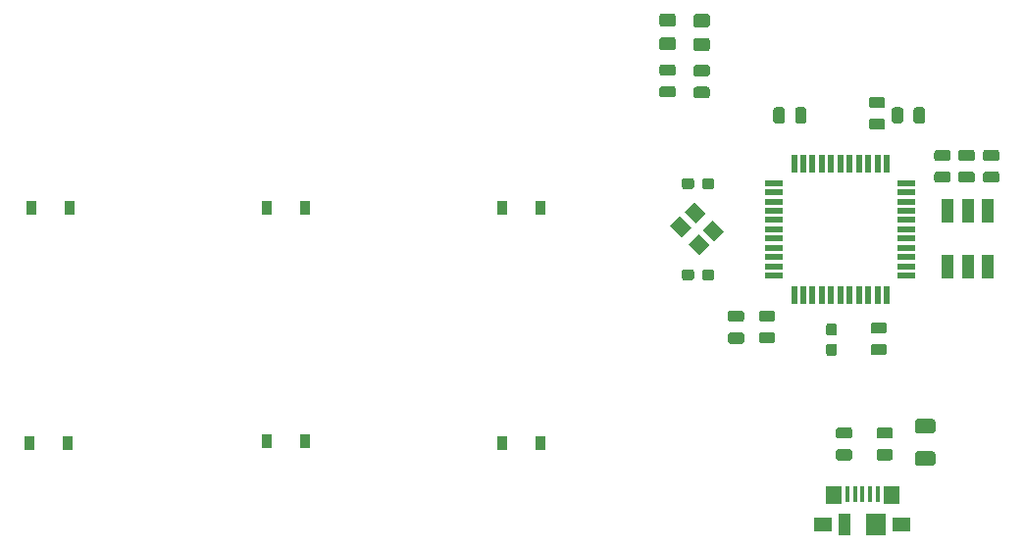
<source format=gbr>
G04 #@! TF.GenerationSoftware,KiCad,Pcbnew,5.1.5-52549c5~84~ubuntu18.04.1*
G04 #@! TF.CreationDate,2020-02-25T00:11:06-08:00*
G04 #@! TF.ProjectId,dotkb_micro,646f746b-625f-46d6-9963-726f2e6b6963,rev?*
G04 #@! TF.SameCoordinates,Original*
G04 #@! TF.FileFunction,Paste,Bot*
G04 #@! TF.FilePolarity,Positive*
%FSLAX46Y46*%
G04 Gerber Fmt 4.6, Leading zero omitted, Abs format (unit mm)*
G04 Created by KiCad (PCBNEW 5.1.5-52549c5~84~ubuntu18.04.1) date 2020-02-25 00:11:06*
%MOMM*%
%LPD*%
G04 APERTURE LIST*
%ADD10C,0.100000*%
%ADD11R,1.100000X2.000000*%
%ADD12R,0.900000X1.200000*%
%ADD13R,0.450000X1.380000*%
%ADD14R,1.425000X1.550000*%
%ADD15R,1.650000X1.300000*%
%ADD16R,1.800000X1.900000*%
%ADD17R,1.000000X1.900000*%
%ADD18R,0.550000X1.500000*%
%ADD19R,1.500000X0.550000*%
G04 APERTURE END LIST*
D10*
G36*
X138830479Y-99271444D02*
G01*
X138853534Y-99274863D01*
X138876143Y-99280527D01*
X138898087Y-99288379D01*
X138919157Y-99298344D01*
X138939148Y-99310326D01*
X138957868Y-99324210D01*
X138975138Y-99339862D01*
X138990790Y-99357132D01*
X139004674Y-99375852D01*
X139016656Y-99395843D01*
X139026621Y-99416913D01*
X139034473Y-99438857D01*
X139040137Y-99461466D01*
X139043556Y-99484521D01*
X139044700Y-99507800D01*
X139044700Y-100082800D01*
X139043556Y-100106079D01*
X139040137Y-100129134D01*
X139034473Y-100151743D01*
X139026621Y-100173687D01*
X139016656Y-100194757D01*
X139004674Y-100214748D01*
X138990790Y-100233468D01*
X138975138Y-100250738D01*
X138957868Y-100266390D01*
X138939148Y-100280274D01*
X138919157Y-100292256D01*
X138898087Y-100302221D01*
X138876143Y-100310073D01*
X138853534Y-100315737D01*
X138830479Y-100319156D01*
X138807200Y-100320300D01*
X138332200Y-100320300D01*
X138308921Y-100319156D01*
X138285866Y-100315737D01*
X138263257Y-100310073D01*
X138241313Y-100302221D01*
X138220243Y-100292256D01*
X138200252Y-100280274D01*
X138181532Y-100266390D01*
X138164262Y-100250738D01*
X138148610Y-100233468D01*
X138134726Y-100214748D01*
X138122744Y-100194757D01*
X138112779Y-100173687D01*
X138104927Y-100151743D01*
X138099263Y-100129134D01*
X138095844Y-100106079D01*
X138094700Y-100082800D01*
X138094700Y-99507800D01*
X138095844Y-99484521D01*
X138099263Y-99461466D01*
X138104927Y-99438857D01*
X138112779Y-99416913D01*
X138122744Y-99395843D01*
X138134726Y-99375852D01*
X138148610Y-99357132D01*
X138164262Y-99339862D01*
X138181532Y-99324210D01*
X138200252Y-99310326D01*
X138220243Y-99298344D01*
X138241313Y-99288379D01*
X138263257Y-99280527D01*
X138285866Y-99274863D01*
X138308921Y-99271444D01*
X138332200Y-99270300D01*
X138807200Y-99270300D01*
X138830479Y-99271444D01*
G37*
G36*
X138830479Y-97521444D02*
G01*
X138853534Y-97524863D01*
X138876143Y-97530527D01*
X138898087Y-97538379D01*
X138919157Y-97548344D01*
X138939148Y-97560326D01*
X138957868Y-97574210D01*
X138975138Y-97589862D01*
X138990790Y-97607132D01*
X139004674Y-97625852D01*
X139016656Y-97645843D01*
X139026621Y-97666913D01*
X139034473Y-97688857D01*
X139040137Y-97711466D01*
X139043556Y-97734521D01*
X139044700Y-97757800D01*
X139044700Y-98332800D01*
X139043556Y-98356079D01*
X139040137Y-98379134D01*
X139034473Y-98401743D01*
X139026621Y-98423687D01*
X139016656Y-98444757D01*
X139004674Y-98464748D01*
X138990790Y-98483468D01*
X138975138Y-98500738D01*
X138957868Y-98516390D01*
X138939148Y-98530274D01*
X138919157Y-98542256D01*
X138898087Y-98552221D01*
X138876143Y-98560073D01*
X138853534Y-98565737D01*
X138830479Y-98569156D01*
X138807200Y-98570300D01*
X138332200Y-98570300D01*
X138308921Y-98569156D01*
X138285866Y-98565737D01*
X138263257Y-98560073D01*
X138241313Y-98552221D01*
X138220243Y-98542256D01*
X138200252Y-98530274D01*
X138181532Y-98516390D01*
X138164262Y-98500738D01*
X138148610Y-98483468D01*
X138134726Y-98464748D01*
X138122744Y-98444757D01*
X138112779Y-98423687D01*
X138104927Y-98401743D01*
X138099263Y-98379134D01*
X138095844Y-98356079D01*
X138094700Y-98332800D01*
X138094700Y-97757800D01*
X138095844Y-97734521D01*
X138099263Y-97711466D01*
X138104927Y-97688857D01*
X138112779Y-97666913D01*
X138122744Y-97645843D01*
X138134726Y-97625852D01*
X138148610Y-97607132D01*
X138164262Y-97589862D01*
X138181532Y-97574210D01*
X138200252Y-97560326D01*
X138220243Y-97548344D01*
X138241313Y-97538379D01*
X138263257Y-97530527D01*
X138285866Y-97524863D01*
X138308921Y-97521444D01*
X138332200Y-97520300D01*
X138807200Y-97520300D01*
X138830479Y-97521444D01*
G37*
G36*
X126486579Y-84971744D02*
G01*
X126509634Y-84975163D01*
X126532243Y-84980827D01*
X126554187Y-84988679D01*
X126575257Y-84998644D01*
X126595248Y-85010626D01*
X126613968Y-85024510D01*
X126631238Y-85040162D01*
X126646890Y-85057432D01*
X126660774Y-85076152D01*
X126672756Y-85096143D01*
X126682721Y-85117213D01*
X126690573Y-85139157D01*
X126696237Y-85161766D01*
X126699656Y-85184821D01*
X126700800Y-85208100D01*
X126700800Y-85683100D01*
X126699656Y-85706379D01*
X126696237Y-85729434D01*
X126690573Y-85752043D01*
X126682721Y-85773987D01*
X126672756Y-85795057D01*
X126660774Y-85815048D01*
X126646890Y-85833768D01*
X126631238Y-85851038D01*
X126613968Y-85866690D01*
X126595248Y-85880574D01*
X126575257Y-85892556D01*
X126554187Y-85902521D01*
X126532243Y-85910373D01*
X126509634Y-85916037D01*
X126486579Y-85919456D01*
X126463300Y-85920600D01*
X125888300Y-85920600D01*
X125865021Y-85919456D01*
X125841966Y-85916037D01*
X125819357Y-85910373D01*
X125797413Y-85902521D01*
X125776343Y-85892556D01*
X125756352Y-85880574D01*
X125737632Y-85866690D01*
X125720362Y-85851038D01*
X125704710Y-85833768D01*
X125690826Y-85815048D01*
X125678844Y-85795057D01*
X125668879Y-85773987D01*
X125661027Y-85752043D01*
X125655363Y-85729434D01*
X125651944Y-85706379D01*
X125650800Y-85683100D01*
X125650800Y-85208100D01*
X125651944Y-85184821D01*
X125655363Y-85161766D01*
X125661027Y-85139157D01*
X125668879Y-85117213D01*
X125678844Y-85096143D01*
X125690826Y-85076152D01*
X125704710Y-85057432D01*
X125720362Y-85040162D01*
X125737632Y-85024510D01*
X125756352Y-85010626D01*
X125776343Y-84998644D01*
X125797413Y-84988679D01*
X125819357Y-84980827D01*
X125841966Y-84975163D01*
X125865021Y-84971744D01*
X125888300Y-84970600D01*
X126463300Y-84970600D01*
X126486579Y-84971744D01*
G37*
G36*
X128236579Y-84971744D02*
G01*
X128259634Y-84975163D01*
X128282243Y-84980827D01*
X128304187Y-84988679D01*
X128325257Y-84998644D01*
X128345248Y-85010626D01*
X128363968Y-85024510D01*
X128381238Y-85040162D01*
X128396890Y-85057432D01*
X128410774Y-85076152D01*
X128422756Y-85096143D01*
X128432721Y-85117213D01*
X128440573Y-85139157D01*
X128446237Y-85161766D01*
X128449656Y-85184821D01*
X128450800Y-85208100D01*
X128450800Y-85683100D01*
X128449656Y-85706379D01*
X128446237Y-85729434D01*
X128440573Y-85752043D01*
X128432721Y-85773987D01*
X128422756Y-85795057D01*
X128410774Y-85815048D01*
X128396890Y-85833768D01*
X128381238Y-85851038D01*
X128363968Y-85866690D01*
X128345248Y-85880574D01*
X128325257Y-85892556D01*
X128304187Y-85902521D01*
X128282243Y-85910373D01*
X128259634Y-85916037D01*
X128236579Y-85919456D01*
X128213300Y-85920600D01*
X127638300Y-85920600D01*
X127615021Y-85919456D01*
X127591966Y-85916037D01*
X127569357Y-85910373D01*
X127547413Y-85902521D01*
X127526343Y-85892556D01*
X127506352Y-85880574D01*
X127487632Y-85866690D01*
X127470362Y-85851038D01*
X127454710Y-85833768D01*
X127440826Y-85815048D01*
X127428844Y-85795057D01*
X127418879Y-85773987D01*
X127411027Y-85752043D01*
X127405363Y-85729434D01*
X127401944Y-85706379D01*
X127400800Y-85683100D01*
X127400800Y-85208100D01*
X127401944Y-85184821D01*
X127405363Y-85161766D01*
X127411027Y-85139157D01*
X127418879Y-85117213D01*
X127428844Y-85096143D01*
X127440826Y-85076152D01*
X127454710Y-85057432D01*
X127470362Y-85040162D01*
X127487632Y-85024510D01*
X127506352Y-85010626D01*
X127526343Y-84998644D01*
X127547413Y-84988679D01*
X127569357Y-84980827D01*
X127591966Y-84975163D01*
X127615021Y-84971744D01*
X127638300Y-84970600D01*
X128213300Y-84970600D01*
X128236579Y-84971744D01*
G37*
G36*
X126486579Y-92845744D02*
G01*
X126509634Y-92849163D01*
X126532243Y-92854827D01*
X126554187Y-92862679D01*
X126575257Y-92872644D01*
X126595248Y-92884626D01*
X126613968Y-92898510D01*
X126631238Y-92914162D01*
X126646890Y-92931432D01*
X126660774Y-92950152D01*
X126672756Y-92970143D01*
X126682721Y-92991213D01*
X126690573Y-93013157D01*
X126696237Y-93035766D01*
X126699656Y-93058821D01*
X126700800Y-93082100D01*
X126700800Y-93557100D01*
X126699656Y-93580379D01*
X126696237Y-93603434D01*
X126690573Y-93626043D01*
X126682721Y-93647987D01*
X126672756Y-93669057D01*
X126660774Y-93689048D01*
X126646890Y-93707768D01*
X126631238Y-93725038D01*
X126613968Y-93740690D01*
X126595248Y-93754574D01*
X126575257Y-93766556D01*
X126554187Y-93776521D01*
X126532243Y-93784373D01*
X126509634Y-93790037D01*
X126486579Y-93793456D01*
X126463300Y-93794600D01*
X125888300Y-93794600D01*
X125865021Y-93793456D01*
X125841966Y-93790037D01*
X125819357Y-93784373D01*
X125797413Y-93776521D01*
X125776343Y-93766556D01*
X125756352Y-93754574D01*
X125737632Y-93740690D01*
X125720362Y-93725038D01*
X125704710Y-93707768D01*
X125690826Y-93689048D01*
X125678844Y-93669057D01*
X125668879Y-93647987D01*
X125661027Y-93626043D01*
X125655363Y-93603434D01*
X125651944Y-93580379D01*
X125650800Y-93557100D01*
X125650800Y-93082100D01*
X125651944Y-93058821D01*
X125655363Y-93035766D01*
X125661027Y-93013157D01*
X125668879Y-92991213D01*
X125678844Y-92970143D01*
X125690826Y-92950152D01*
X125704710Y-92931432D01*
X125720362Y-92914162D01*
X125737632Y-92898510D01*
X125756352Y-92884626D01*
X125776343Y-92872644D01*
X125797413Y-92862679D01*
X125819357Y-92854827D01*
X125841966Y-92849163D01*
X125865021Y-92845744D01*
X125888300Y-92844600D01*
X126463300Y-92844600D01*
X126486579Y-92845744D01*
G37*
G36*
X128236579Y-92845744D02*
G01*
X128259634Y-92849163D01*
X128282243Y-92854827D01*
X128304187Y-92862679D01*
X128325257Y-92872644D01*
X128345248Y-92884626D01*
X128363968Y-92898510D01*
X128381238Y-92914162D01*
X128396890Y-92931432D01*
X128410774Y-92950152D01*
X128422756Y-92970143D01*
X128432721Y-92991213D01*
X128440573Y-93013157D01*
X128446237Y-93035766D01*
X128449656Y-93058821D01*
X128450800Y-93082100D01*
X128450800Y-93557100D01*
X128449656Y-93580379D01*
X128446237Y-93603434D01*
X128440573Y-93626043D01*
X128432721Y-93647987D01*
X128422756Y-93669057D01*
X128410774Y-93689048D01*
X128396890Y-93707768D01*
X128381238Y-93725038D01*
X128363968Y-93740690D01*
X128345248Y-93754574D01*
X128325257Y-93766556D01*
X128304187Y-93776521D01*
X128282243Y-93784373D01*
X128259634Y-93790037D01*
X128236579Y-93793456D01*
X128213300Y-93794600D01*
X127638300Y-93794600D01*
X127615021Y-93793456D01*
X127591966Y-93790037D01*
X127569357Y-93784373D01*
X127547413Y-93776521D01*
X127526343Y-93766556D01*
X127506352Y-93754574D01*
X127487632Y-93740690D01*
X127470362Y-93725038D01*
X127454710Y-93707768D01*
X127440826Y-93689048D01*
X127428844Y-93669057D01*
X127418879Y-93647987D01*
X127411027Y-93626043D01*
X127405363Y-93603434D01*
X127401944Y-93580379D01*
X127400800Y-93557100D01*
X127400800Y-93082100D01*
X127401944Y-93058821D01*
X127405363Y-93035766D01*
X127411027Y-93013157D01*
X127418879Y-92991213D01*
X127428844Y-92970143D01*
X127440826Y-92950152D01*
X127454710Y-92931432D01*
X127470362Y-92914162D01*
X127487632Y-92898510D01*
X127506352Y-92884626D01*
X127526343Y-92872644D01*
X127547413Y-92862679D01*
X127569357Y-92854827D01*
X127591966Y-92849163D01*
X127615021Y-92845744D01*
X127638300Y-92844600D01*
X128213300Y-92844600D01*
X128236579Y-92845744D01*
G37*
G36*
X140129342Y-108378074D02*
G01*
X140153003Y-108381584D01*
X140176207Y-108387396D01*
X140198729Y-108395454D01*
X140220353Y-108405682D01*
X140240870Y-108417979D01*
X140260083Y-108432229D01*
X140277807Y-108448293D01*
X140293871Y-108466017D01*
X140308121Y-108485230D01*
X140320418Y-108505747D01*
X140330646Y-108527371D01*
X140338704Y-108549893D01*
X140344516Y-108573097D01*
X140348026Y-108596758D01*
X140349200Y-108620650D01*
X140349200Y-109108150D01*
X140348026Y-109132042D01*
X140344516Y-109155703D01*
X140338704Y-109178907D01*
X140330646Y-109201429D01*
X140320418Y-109223053D01*
X140308121Y-109243570D01*
X140293871Y-109262783D01*
X140277807Y-109280507D01*
X140260083Y-109296571D01*
X140240870Y-109310821D01*
X140220353Y-109323118D01*
X140198729Y-109333346D01*
X140176207Y-109341404D01*
X140153003Y-109347216D01*
X140129342Y-109350726D01*
X140105450Y-109351900D01*
X139192950Y-109351900D01*
X139169058Y-109350726D01*
X139145397Y-109347216D01*
X139122193Y-109341404D01*
X139099671Y-109333346D01*
X139078047Y-109323118D01*
X139057530Y-109310821D01*
X139038317Y-109296571D01*
X139020593Y-109280507D01*
X139004529Y-109262783D01*
X138990279Y-109243570D01*
X138977982Y-109223053D01*
X138967754Y-109201429D01*
X138959696Y-109178907D01*
X138953884Y-109155703D01*
X138950374Y-109132042D01*
X138949200Y-109108150D01*
X138949200Y-108620650D01*
X138950374Y-108596758D01*
X138953884Y-108573097D01*
X138959696Y-108549893D01*
X138967754Y-108527371D01*
X138977982Y-108505747D01*
X138990279Y-108485230D01*
X139004529Y-108466017D01*
X139020593Y-108448293D01*
X139038317Y-108432229D01*
X139057530Y-108417979D01*
X139078047Y-108405682D01*
X139099671Y-108395454D01*
X139122193Y-108387396D01*
X139145397Y-108381584D01*
X139169058Y-108378074D01*
X139192950Y-108376900D01*
X140105450Y-108376900D01*
X140129342Y-108378074D01*
G37*
G36*
X140129342Y-106503074D02*
G01*
X140153003Y-106506584D01*
X140176207Y-106512396D01*
X140198729Y-106520454D01*
X140220353Y-106530682D01*
X140240870Y-106542979D01*
X140260083Y-106557229D01*
X140277807Y-106573293D01*
X140293871Y-106591017D01*
X140308121Y-106610230D01*
X140320418Y-106630747D01*
X140330646Y-106652371D01*
X140338704Y-106674893D01*
X140344516Y-106698097D01*
X140348026Y-106721758D01*
X140349200Y-106745650D01*
X140349200Y-107233150D01*
X140348026Y-107257042D01*
X140344516Y-107280703D01*
X140338704Y-107303907D01*
X140330646Y-107326429D01*
X140320418Y-107348053D01*
X140308121Y-107368570D01*
X140293871Y-107387783D01*
X140277807Y-107405507D01*
X140260083Y-107421571D01*
X140240870Y-107435821D01*
X140220353Y-107448118D01*
X140198729Y-107458346D01*
X140176207Y-107466404D01*
X140153003Y-107472216D01*
X140129342Y-107475726D01*
X140105450Y-107476900D01*
X139192950Y-107476900D01*
X139169058Y-107475726D01*
X139145397Y-107472216D01*
X139122193Y-107466404D01*
X139099671Y-107458346D01*
X139078047Y-107448118D01*
X139057530Y-107435821D01*
X139038317Y-107421571D01*
X139020593Y-107405507D01*
X139004529Y-107387783D01*
X138990279Y-107368570D01*
X138977982Y-107348053D01*
X138967754Y-107326429D01*
X138959696Y-107303907D01*
X138953884Y-107280703D01*
X138950374Y-107257042D01*
X138949200Y-107233150D01*
X138949200Y-106745650D01*
X138950374Y-106721758D01*
X138953884Y-106698097D01*
X138959696Y-106674893D01*
X138967754Y-106652371D01*
X138977982Y-106630747D01*
X138990279Y-106610230D01*
X139004529Y-106591017D01*
X139020593Y-106573293D01*
X139038317Y-106557229D01*
X139057530Y-106542979D01*
X139078047Y-106530682D01*
X139099671Y-106520454D01*
X139122193Y-106512396D01*
X139145397Y-106506584D01*
X139169058Y-106503074D01*
X139192950Y-106501900D01*
X140105450Y-106501900D01*
X140129342Y-106503074D01*
G37*
G36*
X143634542Y-108378074D02*
G01*
X143658203Y-108381584D01*
X143681407Y-108387396D01*
X143703929Y-108395454D01*
X143725553Y-108405682D01*
X143746070Y-108417979D01*
X143765283Y-108432229D01*
X143783007Y-108448293D01*
X143799071Y-108466017D01*
X143813321Y-108485230D01*
X143825618Y-108505747D01*
X143835846Y-108527371D01*
X143843904Y-108549893D01*
X143849716Y-108573097D01*
X143853226Y-108596758D01*
X143854400Y-108620650D01*
X143854400Y-109108150D01*
X143853226Y-109132042D01*
X143849716Y-109155703D01*
X143843904Y-109178907D01*
X143835846Y-109201429D01*
X143825618Y-109223053D01*
X143813321Y-109243570D01*
X143799071Y-109262783D01*
X143783007Y-109280507D01*
X143765283Y-109296571D01*
X143746070Y-109310821D01*
X143725553Y-109323118D01*
X143703929Y-109333346D01*
X143681407Y-109341404D01*
X143658203Y-109347216D01*
X143634542Y-109350726D01*
X143610650Y-109351900D01*
X142698150Y-109351900D01*
X142674258Y-109350726D01*
X142650597Y-109347216D01*
X142627393Y-109341404D01*
X142604871Y-109333346D01*
X142583247Y-109323118D01*
X142562730Y-109310821D01*
X142543517Y-109296571D01*
X142525793Y-109280507D01*
X142509729Y-109262783D01*
X142495479Y-109243570D01*
X142483182Y-109223053D01*
X142472954Y-109201429D01*
X142464896Y-109178907D01*
X142459084Y-109155703D01*
X142455574Y-109132042D01*
X142454400Y-109108150D01*
X142454400Y-108620650D01*
X142455574Y-108596758D01*
X142459084Y-108573097D01*
X142464896Y-108549893D01*
X142472954Y-108527371D01*
X142483182Y-108505747D01*
X142495479Y-108485230D01*
X142509729Y-108466017D01*
X142525793Y-108448293D01*
X142543517Y-108432229D01*
X142562730Y-108417979D01*
X142583247Y-108405682D01*
X142604871Y-108395454D01*
X142627393Y-108387396D01*
X142650597Y-108381584D01*
X142674258Y-108378074D01*
X142698150Y-108376900D01*
X143610650Y-108376900D01*
X143634542Y-108378074D01*
G37*
G36*
X143634542Y-106503074D02*
G01*
X143658203Y-106506584D01*
X143681407Y-106512396D01*
X143703929Y-106520454D01*
X143725553Y-106530682D01*
X143746070Y-106542979D01*
X143765283Y-106557229D01*
X143783007Y-106573293D01*
X143799071Y-106591017D01*
X143813321Y-106610230D01*
X143825618Y-106630747D01*
X143835846Y-106652371D01*
X143843904Y-106674893D01*
X143849716Y-106698097D01*
X143853226Y-106721758D01*
X143854400Y-106745650D01*
X143854400Y-107233150D01*
X143853226Y-107257042D01*
X143849716Y-107280703D01*
X143843904Y-107303907D01*
X143835846Y-107326429D01*
X143825618Y-107348053D01*
X143813321Y-107368570D01*
X143799071Y-107387783D01*
X143783007Y-107405507D01*
X143765283Y-107421571D01*
X143746070Y-107435821D01*
X143725553Y-107448118D01*
X143703929Y-107458346D01*
X143681407Y-107466404D01*
X143658203Y-107472216D01*
X143634542Y-107475726D01*
X143610650Y-107476900D01*
X142698150Y-107476900D01*
X142674258Y-107475726D01*
X142650597Y-107472216D01*
X142627393Y-107466404D01*
X142604871Y-107458346D01*
X142583247Y-107448118D01*
X142562730Y-107435821D01*
X142543517Y-107421571D01*
X142525793Y-107405507D01*
X142509729Y-107387783D01*
X142495479Y-107368570D01*
X142483182Y-107348053D01*
X142472954Y-107326429D01*
X142464896Y-107303907D01*
X142459084Y-107280703D01*
X142455574Y-107257042D01*
X142454400Y-107233150D01*
X142454400Y-106745650D01*
X142455574Y-106721758D01*
X142459084Y-106698097D01*
X142464896Y-106674893D01*
X142472954Y-106652371D01*
X142483182Y-106630747D01*
X142495479Y-106610230D01*
X142509729Y-106591017D01*
X142525793Y-106573293D01*
X142543517Y-106557229D01*
X142562730Y-106542979D01*
X142583247Y-106530682D01*
X142604871Y-106520454D01*
X142627393Y-106512396D01*
X142650597Y-106506584D01*
X142674258Y-106503074D01*
X142698150Y-106501900D01*
X143610650Y-106501900D01*
X143634542Y-106503074D01*
G37*
D11*
X148617200Y-87782400D03*
X150317200Y-87782400D03*
X152017200Y-87782400D03*
X152017200Y-92582400D03*
X150317200Y-92582400D03*
X148617200Y-92582400D03*
D10*
G36*
X148612942Y-82525474D02*
G01*
X148636603Y-82528984D01*
X148659807Y-82534796D01*
X148682329Y-82542854D01*
X148703953Y-82553082D01*
X148724470Y-82565379D01*
X148743683Y-82579629D01*
X148761407Y-82595693D01*
X148777471Y-82613417D01*
X148791721Y-82632630D01*
X148804018Y-82653147D01*
X148814246Y-82674771D01*
X148822304Y-82697293D01*
X148828116Y-82720497D01*
X148831626Y-82744158D01*
X148832800Y-82768050D01*
X148832800Y-83255550D01*
X148831626Y-83279442D01*
X148828116Y-83303103D01*
X148822304Y-83326307D01*
X148814246Y-83348829D01*
X148804018Y-83370453D01*
X148791721Y-83390970D01*
X148777471Y-83410183D01*
X148761407Y-83427907D01*
X148743683Y-83443971D01*
X148724470Y-83458221D01*
X148703953Y-83470518D01*
X148682329Y-83480746D01*
X148659807Y-83488804D01*
X148636603Y-83494616D01*
X148612942Y-83498126D01*
X148589050Y-83499300D01*
X147676550Y-83499300D01*
X147652658Y-83498126D01*
X147628997Y-83494616D01*
X147605793Y-83488804D01*
X147583271Y-83480746D01*
X147561647Y-83470518D01*
X147541130Y-83458221D01*
X147521917Y-83443971D01*
X147504193Y-83427907D01*
X147488129Y-83410183D01*
X147473879Y-83390970D01*
X147461582Y-83370453D01*
X147451354Y-83348829D01*
X147443296Y-83326307D01*
X147437484Y-83303103D01*
X147433974Y-83279442D01*
X147432800Y-83255550D01*
X147432800Y-82768050D01*
X147433974Y-82744158D01*
X147437484Y-82720497D01*
X147443296Y-82697293D01*
X147451354Y-82674771D01*
X147461582Y-82653147D01*
X147473879Y-82632630D01*
X147488129Y-82613417D01*
X147504193Y-82595693D01*
X147521917Y-82579629D01*
X147541130Y-82565379D01*
X147561647Y-82553082D01*
X147583271Y-82542854D01*
X147605793Y-82534796D01*
X147628997Y-82528984D01*
X147652658Y-82525474D01*
X147676550Y-82524300D01*
X148589050Y-82524300D01*
X148612942Y-82525474D01*
G37*
G36*
X148612942Y-84400474D02*
G01*
X148636603Y-84403984D01*
X148659807Y-84409796D01*
X148682329Y-84417854D01*
X148703953Y-84428082D01*
X148724470Y-84440379D01*
X148743683Y-84454629D01*
X148761407Y-84470693D01*
X148777471Y-84488417D01*
X148791721Y-84507630D01*
X148804018Y-84528147D01*
X148814246Y-84549771D01*
X148822304Y-84572293D01*
X148828116Y-84595497D01*
X148831626Y-84619158D01*
X148832800Y-84643050D01*
X148832800Y-85130550D01*
X148831626Y-85154442D01*
X148828116Y-85178103D01*
X148822304Y-85201307D01*
X148814246Y-85223829D01*
X148804018Y-85245453D01*
X148791721Y-85265970D01*
X148777471Y-85285183D01*
X148761407Y-85302907D01*
X148743683Y-85318971D01*
X148724470Y-85333221D01*
X148703953Y-85345518D01*
X148682329Y-85355746D01*
X148659807Y-85363804D01*
X148636603Y-85369616D01*
X148612942Y-85373126D01*
X148589050Y-85374300D01*
X147676550Y-85374300D01*
X147652658Y-85373126D01*
X147628997Y-85369616D01*
X147605793Y-85363804D01*
X147583271Y-85355746D01*
X147561647Y-85345518D01*
X147541130Y-85333221D01*
X147521917Y-85318971D01*
X147504193Y-85302907D01*
X147488129Y-85285183D01*
X147473879Y-85265970D01*
X147461582Y-85245453D01*
X147451354Y-85223829D01*
X147443296Y-85201307D01*
X147437484Y-85178103D01*
X147433974Y-85154442D01*
X147432800Y-85130550D01*
X147432800Y-84643050D01*
X147433974Y-84619158D01*
X147437484Y-84595497D01*
X147443296Y-84572293D01*
X147451354Y-84549771D01*
X147461582Y-84528147D01*
X147473879Y-84507630D01*
X147488129Y-84488417D01*
X147504193Y-84470693D01*
X147521917Y-84454629D01*
X147541130Y-84440379D01*
X147561647Y-84428082D01*
X147583271Y-84417854D01*
X147605793Y-84409796D01*
X147628997Y-84403984D01*
X147652658Y-84400474D01*
X147676550Y-84399300D01*
X148589050Y-84399300D01*
X148612942Y-84400474D01*
G37*
G36*
X150695742Y-82525474D02*
G01*
X150719403Y-82528984D01*
X150742607Y-82534796D01*
X150765129Y-82542854D01*
X150786753Y-82553082D01*
X150807270Y-82565379D01*
X150826483Y-82579629D01*
X150844207Y-82595693D01*
X150860271Y-82613417D01*
X150874521Y-82632630D01*
X150886818Y-82653147D01*
X150897046Y-82674771D01*
X150905104Y-82697293D01*
X150910916Y-82720497D01*
X150914426Y-82744158D01*
X150915600Y-82768050D01*
X150915600Y-83255550D01*
X150914426Y-83279442D01*
X150910916Y-83303103D01*
X150905104Y-83326307D01*
X150897046Y-83348829D01*
X150886818Y-83370453D01*
X150874521Y-83390970D01*
X150860271Y-83410183D01*
X150844207Y-83427907D01*
X150826483Y-83443971D01*
X150807270Y-83458221D01*
X150786753Y-83470518D01*
X150765129Y-83480746D01*
X150742607Y-83488804D01*
X150719403Y-83494616D01*
X150695742Y-83498126D01*
X150671850Y-83499300D01*
X149759350Y-83499300D01*
X149735458Y-83498126D01*
X149711797Y-83494616D01*
X149688593Y-83488804D01*
X149666071Y-83480746D01*
X149644447Y-83470518D01*
X149623930Y-83458221D01*
X149604717Y-83443971D01*
X149586993Y-83427907D01*
X149570929Y-83410183D01*
X149556679Y-83390970D01*
X149544382Y-83370453D01*
X149534154Y-83348829D01*
X149526096Y-83326307D01*
X149520284Y-83303103D01*
X149516774Y-83279442D01*
X149515600Y-83255550D01*
X149515600Y-82768050D01*
X149516774Y-82744158D01*
X149520284Y-82720497D01*
X149526096Y-82697293D01*
X149534154Y-82674771D01*
X149544382Y-82653147D01*
X149556679Y-82632630D01*
X149570929Y-82613417D01*
X149586993Y-82595693D01*
X149604717Y-82579629D01*
X149623930Y-82565379D01*
X149644447Y-82553082D01*
X149666071Y-82542854D01*
X149688593Y-82534796D01*
X149711797Y-82528984D01*
X149735458Y-82525474D01*
X149759350Y-82524300D01*
X150671850Y-82524300D01*
X150695742Y-82525474D01*
G37*
G36*
X150695742Y-84400474D02*
G01*
X150719403Y-84403984D01*
X150742607Y-84409796D01*
X150765129Y-84417854D01*
X150786753Y-84428082D01*
X150807270Y-84440379D01*
X150826483Y-84454629D01*
X150844207Y-84470693D01*
X150860271Y-84488417D01*
X150874521Y-84507630D01*
X150886818Y-84528147D01*
X150897046Y-84549771D01*
X150905104Y-84572293D01*
X150910916Y-84595497D01*
X150914426Y-84619158D01*
X150915600Y-84643050D01*
X150915600Y-85130550D01*
X150914426Y-85154442D01*
X150910916Y-85178103D01*
X150905104Y-85201307D01*
X150897046Y-85223829D01*
X150886818Y-85245453D01*
X150874521Y-85265970D01*
X150860271Y-85285183D01*
X150844207Y-85302907D01*
X150826483Y-85318971D01*
X150807270Y-85333221D01*
X150786753Y-85345518D01*
X150765129Y-85355746D01*
X150742607Y-85363804D01*
X150719403Y-85369616D01*
X150695742Y-85373126D01*
X150671850Y-85374300D01*
X149759350Y-85374300D01*
X149735458Y-85373126D01*
X149711797Y-85369616D01*
X149688593Y-85363804D01*
X149666071Y-85355746D01*
X149644447Y-85345518D01*
X149623930Y-85333221D01*
X149604717Y-85318971D01*
X149586993Y-85302907D01*
X149570929Y-85285183D01*
X149556679Y-85265970D01*
X149544382Y-85245453D01*
X149534154Y-85223829D01*
X149526096Y-85201307D01*
X149520284Y-85178103D01*
X149516774Y-85154442D01*
X149515600Y-85130550D01*
X149515600Y-84643050D01*
X149516774Y-84619158D01*
X149520284Y-84595497D01*
X149526096Y-84572293D01*
X149534154Y-84549771D01*
X149544382Y-84528147D01*
X149556679Y-84507630D01*
X149570929Y-84488417D01*
X149586993Y-84470693D01*
X149604717Y-84454629D01*
X149623930Y-84440379D01*
X149644447Y-84428082D01*
X149666071Y-84417854D01*
X149688593Y-84409796D01*
X149711797Y-84403984D01*
X149735458Y-84400474D01*
X149759350Y-84399300D01*
X150671850Y-84399300D01*
X150695742Y-84400474D01*
G37*
G36*
X152829342Y-82525474D02*
G01*
X152853003Y-82528984D01*
X152876207Y-82534796D01*
X152898729Y-82542854D01*
X152920353Y-82553082D01*
X152940870Y-82565379D01*
X152960083Y-82579629D01*
X152977807Y-82595693D01*
X152993871Y-82613417D01*
X153008121Y-82632630D01*
X153020418Y-82653147D01*
X153030646Y-82674771D01*
X153038704Y-82697293D01*
X153044516Y-82720497D01*
X153048026Y-82744158D01*
X153049200Y-82768050D01*
X153049200Y-83255550D01*
X153048026Y-83279442D01*
X153044516Y-83303103D01*
X153038704Y-83326307D01*
X153030646Y-83348829D01*
X153020418Y-83370453D01*
X153008121Y-83390970D01*
X152993871Y-83410183D01*
X152977807Y-83427907D01*
X152960083Y-83443971D01*
X152940870Y-83458221D01*
X152920353Y-83470518D01*
X152898729Y-83480746D01*
X152876207Y-83488804D01*
X152853003Y-83494616D01*
X152829342Y-83498126D01*
X152805450Y-83499300D01*
X151892950Y-83499300D01*
X151869058Y-83498126D01*
X151845397Y-83494616D01*
X151822193Y-83488804D01*
X151799671Y-83480746D01*
X151778047Y-83470518D01*
X151757530Y-83458221D01*
X151738317Y-83443971D01*
X151720593Y-83427907D01*
X151704529Y-83410183D01*
X151690279Y-83390970D01*
X151677982Y-83370453D01*
X151667754Y-83348829D01*
X151659696Y-83326307D01*
X151653884Y-83303103D01*
X151650374Y-83279442D01*
X151649200Y-83255550D01*
X151649200Y-82768050D01*
X151650374Y-82744158D01*
X151653884Y-82720497D01*
X151659696Y-82697293D01*
X151667754Y-82674771D01*
X151677982Y-82653147D01*
X151690279Y-82632630D01*
X151704529Y-82613417D01*
X151720593Y-82595693D01*
X151738317Y-82579629D01*
X151757530Y-82565379D01*
X151778047Y-82553082D01*
X151799671Y-82542854D01*
X151822193Y-82534796D01*
X151845397Y-82528984D01*
X151869058Y-82525474D01*
X151892950Y-82524300D01*
X152805450Y-82524300D01*
X152829342Y-82525474D01*
G37*
G36*
X152829342Y-84400474D02*
G01*
X152853003Y-84403984D01*
X152876207Y-84409796D01*
X152898729Y-84417854D01*
X152920353Y-84428082D01*
X152940870Y-84440379D01*
X152960083Y-84454629D01*
X152977807Y-84470693D01*
X152993871Y-84488417D01*
X153008121Y-84507630D01*
X153020418Y-84528147D01*
X153030646Y-84549771D01*
X153038704Y-84572293D01*
X153044516Y-84595497D01*
X153048026Y-84619158D01*
X153049200Y-84643050D01*
X153049200Y-85130550D01*
X153048026Y-85154442D01*
X153044516Y-85178103D01*
X153038704Y-85201307D01*
X153030646Y-85223829D01*
X153020418Y-85245453D01*
X153008121Y-85265970D01*
X152993871Y-85285183D01*
X152977807Y-85302907D01*
X152960083Y-85318971D01*
X152940870Y-85333221D01*
X152920353Y-85345518D01*
X152898729Y-85355746D01*
X152876207Y-85363804D01*
X152853003Y-85369616D01*
X152829342Y-85373126D01*
X152805450Y-85374300D01*
X151892950Y-85374300D01*
X151869058Y-85373126D01*
X151845397Y-85369616D01*
X151822193Y-85363804D01*
X151799671Y-85355746D01*
X151778047Y-85345518D01*
X151757530Y-85333221D01*
X151738317Y-85318971D01*
X151720593Y-85302907D01*
X151704529Y-85285183D01*
X151690279Y-85265970D01*
X151677982Y-85245453D01*
X151667754Y-85223829D01*
X151659696Y-85201307D01*
X151653884Y-85178103D01*
X151650374Y-85154442D01*
X151649200Y-85130550D01*
X151649200Y-84643050D01*
X151650374Y-84619158D01*
X151653884Y-84595497D01*
X151659696Y-84572293D01*
X151667754Y-84549771D01*
X151677982Y-84528147D01*
X151690279Y-84507630D01*
X151704529Y-84488417D01*
X151720593Y-84470693D01*
X151738317Y-84454629D01*
X151757530Y-84440379D01*
X151778047Y-84428082D01*
X151799671Y-84417854D01*
X151822193Y-84409796D01*
X151845397Y-84403984D01*
X151869058Y-84400474D01*
X151892950Y-84399300D01*
X152805450Y-84399300D01*
X152829342Y-84400474D01*
G37*
G36*
X124889342Y-77029874D02*
G01*
X124913003Y-77033384D01*
X124936207Y-77039196D01*
X124958729Y-77047254D01*
X124980353Y-77057482D01*
X125000870Y-77069779D01*
X125020083Y-77084029D01*
X125037807Y-77100093D01*
X125053871Y-77117817D01*
X125068121Y-77137030D01*
X125080418Y-77157547D01*
X125090646Y-77179171D01*
X125098704Y-77201693D01*
X125104516Y-77224897D01*
X125108026Y-77248558D01*
X125109200Y-77272450D01*
X125109200Y-77759950D01*
X125108026Y-77783842D01*
X125104516Y-77807503D01*
X125098704Y-77830707D01*
X125090646Y-77853229D01*
X125080418Y-77874853D01*
X125068121Y-77895370D01*
X125053871Y-77914583D01*
X125037807Y-77932307D01*
X125020083Y-77948371D01*
X125000870Y-77962621D01*
X124980353Y-77974918D01*
X124958729Y-77985146D01*
X124936207Y-77993204D01*
X124913003Y-77999016D01*
X124889342Y-78002526D01*
X124865450Y-78003700D01*
X123952950Y-78003700D01*
X123929058Y-78002526D01*
X123905397Y-77999016D01*
X123882193Y-77993204D01*
X123859671Y-77985146D01*
X123838047Y-77974918D01*
X123817530Y-77962621D01*
X123798317Y-77948371D01*
X123780593Y-77932307D01*
X123764529Y-77914583D01*
X123750279Y-77895370D01*
X123737982Y-77874853D01*
X123727754Y-77853229D01*
X123719696Y-77830707D01*
X123713884Y-77807503D01*
X123710374Y-77783842D01*
X123709200Y-77759950D01*
X123709200Y-77272450D01*
X123710374Y-77248558D01*
X123713884Y-77224897D01*
X123719696Y-77201693D01*
X123727754Y-77179171D01*
X123737982Y-77157547D01*
X123750279Y-77137030D01*
X123764529Y-77117817D01*
X123780593Y-77100093D01*
X123798317Y-77084029D01*
X123817530Y-77069779D01*
X123838047Y-77057482D01*
X123859671Y-77047254D01*
X123882193Y-77039196D01*
X123905397Y-77033384D01*
X123929058Y-77029874D01*
X123952950Y-77028700D01*
X124865450Y-77028700D01*
X124889342Y-77029874D01*
G37*
G36*
X124889342Y-75154874D02*
G01*
X124913003Y-75158384D01*
X124936207Y-75164196D01*
X124958729Y-75172254D01*
X124980353Y-75182482D01*
X125000870Y-75194779D01*
X125020083Y-75209029D01*
X125037807Y-75225093D01*
X125053871Y-75242817D01*
X125068121Y-75262030D01*
X125080418Y-75282547D01*
X125090646Y-75304171D01*
X125098704Y-75326693D01*
X125104516Y-75349897D01*
X125108026Y-75373558D01*
X125109200Y-75397450D01*
X125109200Y-75884950D01*
X125108026Y-75908842D01*
X125104516Y-75932503D01*
X125098704Y-75955707D01*
X125090646Y-75978229D01*
X125080418Y-75999853D01*
X125068121Y-76020370D01*
X125053871Y-76039583D01*
X125037807Y-76057307D01*
X125020083Y-76073371D01*
X125000870Y-76087621D01*
X124980353Y-76099918D01*
X124958729Y-76110146D01*
X124936207Y-76118204D01*
X124913003Y-76124016D01*
X124889342Y-76127526D01*
X124865450Y-76128700D01*
X123952950Y-76128700D01*
X123929058Y-76127526D01*
X123905397Y-76124016D01*
X123882193Y-76118204D01*
X123859671Y-76110146D01*
X123838047Y-76099918D01*
X123817530Y-76087621D01*
X123798317Y-76073371D01*
X123780593Y-76057307D01*
X123764529Y-76039583D01*
X123750279Y-76020370D01*
X123737982Y-75999853D01*
X123727754Y-75978229D01*
X123719696Y-75955707D01*
X123713884Y-75932503D01*
X123710374Y-75908842D01*
X123709200Y-75884950D01*
X123709200Y-75397450D01*
X123710374Y-75373558D01*
X123713884Y-75349897D01*
X123719696Y-75326693D01*
X123727754Y-75304171D01*
X123737982Y-75282547D01*
X123750279Y-75262030D01*
X123764529Y-75242817D01*
X123780593Y-75225093D01*
X123798317Y-75209029D01*
X123817530Y-75194779D01*
X123838047Y-75182482D01*
X123859671Y-75172254D01*
X123882193Y-75164196D01*
X123905397Y-75158384D01*
X123929058Y-75154874D01*
X123952950Y-75153700D01*
X124865450Y-75153700D01*
X124889342Y-75154874D01*
G37*
G36*
X127835742Y-77080674D02*
G01*
X127859403Y-77084184D01*
X127882607Y-77089996D01*
X127905129Y-77098054D01*
X127926753Y-77108282D01*
X127947270Y-77120579D01*
X127966483Y-77134829D01*
X127984207Y-77150893D01*
X128000271Y-77168617D01*
X128014521Y-77187830D01*
X128026818Y-77208347D01*
X128037046Y-77229971D01*
X128045104Y-77252493D01*
X128050916Y-77275697D01*
X128054426Y-77299358D01*
X128055600Y-77323250D01*
X128055600Y-77810750D01*
X128054426Y-77834642D01*
X128050916Y-77858303D01*
X128045104Y-77881507D01*
X128037046Y-77904029D01*
X128026818Y-77925653D01*
X128014521Y-77946170D01*
X128000271Y-77965383D01*
X127984207Y-77983107D01*
X127966483Y-77999171D01*
X127947270Y-78013421D01*
X127926753Y-78025718D01*
X127905129Y-78035946D01*
X127882607Y-78044004D01*
X127859403Y-78049816D01*
X127835742Y-78053326D01*
X127811850Y-78054500D01*
X126899350Y-78054500D01*
X126875458Y-78053326D01*
X126851797Y-78049816D01*
X126828593Y-78044004D01*
X126806071Y-78035946D01*
X126784447Y-78025718D01*
X126763930Y-78013421D01*
X126744717Y-77999171D01*
X126726993Y-77983107D01*
X126710929Y-77965383D01*
X126696679Y-77946170D01*
X126684382Y-77925653D01*
X126674154Y-77904029D01*
X126666096Y-77881507D01*
X126660284Y-77858303D01*
X126656774Y-77834642D01*
X126655600Y-77810750D01*
X126655600Y-77323250D01*
X126656774Y-77299358D01*
X126660284Y-77275697D01*
X126666096Y-77252493D01*
X126674154Y-77229971D01*
X126684382Y-77208347D01*
X126696679Y-77187830D01*
X126710929Y-77168617D01*
X126726993Y-77150893D01*
X126744717Y-77134829D01*
X126763930Y-77120579D01*
X126784447Y-77108282D01*
X126806071Y-77098054D01*
X126828593Y-77089996D01*
X126851797Y-77084184D01*
X126875458Y-77080674D01*
X126899350Y-77079500D01*
X127811850Y-77079500D01*
X127835742Y-77080674D01*
G37*
G36*
X127835742Y-75205674D02*
G01*
X127859403Y-75209184D01*
X127882607Y-75214996D01*
X127905129Y-75223054D01*
X127926753Y-75233282D01*
X127947270Y-75245579D01*
X127966483Y-75259829D01*
X127984207Y-75275893D01*
X128000271Y-75293617D01*
X128014521Y-75312830D01*
X128026818Y-75333347D01*
X128037046Y-75354971D01*
X128045104Y-75377493D01*
X128050916Y-75400697D01*
X128054426Y-75424358D01*
X128055600Y-75448250D01*
X128055600Y-75935750D01*
X128054426Y-75959642D01*
X128050916Y-75983303D01*
X128045104Y-76006507D01*
X128037046Y-76029029D01*
X128026818Y-76050653D01*
X128014521Y-76071170D01*
X128000271Y-76090383D01*
X127984207Y-76108107D01*
X127966483Y-76124171D01*
X127947270Y-76138421D01*
X127926753Y-76150718D01*
X127905129Y-76160946D01*
X127882607Y-76169004D01*
X127859403Y-76174816D01*
X127835742Y-76178326D01*
X127811850Y-76179500D01*
X126899350Y-76179500D01*
X126875458Y-76178326D01*
X126851797Y-76174816D01*
X126828593Y-76169004D01*
X126806071Y-76160946D01*
X126784447Y-76150718D01*
X126763930Y-76138421D01*
X126744717Y-76124171D01*
X126726993Y-76108107D01*
X126710929Y-76090383D01*
X126696679Y-76071170D01*
X126684382Y-76050653D01*
X126674154Y-76029029D01*
X126666096Y-76006507D01*
X126660284Y-75983303D01*
X126656774Y-75959642D01*
X126655600Y-75935750D01*
X126655600Y-75448250D01*
X126656774Y-75424358D01*
X126660284Y-75400697D01*
X126666096Y-75377493D01*
X126674154Y-75354971D01*
X126684382Y-75333347D01*
X126696679Y-75312830D01*
X126710929Y-75293617D01*
X126726993Y-75275893D01*
X126744717Y-75259829D01*
X126763930Y-75245579D01*
X126784447Y-75233282D01*
X126806071Y-75223054D01*
X126828593Y-75214996D01*
X126851797Y-75209184D01*
X126875458Y-75205674D01*
X126899350Y-75204500D01*
X127811850Y-75204500D01*
X127835742Y-75205674D01*
G37*
G36*
X124883705Y-72799404D02*
G01*
X124907973Y-72803004D01*
X124931772Y-72808965D01*
X124954871Y-72817230D01*
X124977050Y-72827720D01*
X124998093Y-72840332D01*
X125017799Y-72854947D01*
X125035977Y-72871423D01*
X125052453Y-72889601D01*
X125067068Y-72909307D01*
X125079680Y-72930350D01*
X125090170Y-72952529D01*
X125098435Y-72975628D01*
X125104396Y-72999427D01*
X125107996Y-73023695D01*
X125109200Y-73048199D01*
X125109200Y-73698201D01*
X125107996Y-73722705D01*
X125104396Y-73746973D01*
X125098435Y-73770772D01*
X125090170Y-73793871D01*
X125079680Y-73816050D01*
X125067068Y-73837093D01*
X125052453Y-73856799D01*
X125035977Y-73874977D01*
X125017799Y-73891453D01*
X124998093Y-73906068D01*
X124977050Y-73918680D01*
X124954871Y-73929170D01*
X124931772Y-73937435D01*
X124907973Y-73943396D01*
X124883705Y-73946996D01*
X124859201Y-73948200D01*
X123959199Y-73948200D01*
X123934695Y-73946996D01*
X123910427Y-73943396D01*
X123886628Y-73937435D01*
X123863529Y-73929170D01*
X123841350Y-73918680D01*
X123820307Y-73906068D01*
X123800601Y-73891453D01*
X123782423Y-73874977D01*
X123765947Y-73856799D01*
X123751332Y-73837093D01*
X123738720Y-73816050D01*
X123728230Y-73793871D01*
X123719965Y-73770772D01*
X123714004Y-73746973D01*
X123710404Y-73722705D01*
X123709200Y-73698201D01*
X123709200Y-73048199D01*
X123710404Y-73023695D01*
X123714004Y-72999427D01*
X123719965Y-72975628D01*
X123728230Y-72952529D01*
X123738720Y-72930350D01*
X123751332Y-72909307D01*
X123765947Y-72889601D01*
X123782423Y-72871423D01*
X123800601Y-72854947D01*
X123820307Y-72840332D01*
X123841350Y-72827720D01*
X123863529Y-72817230D01*
X123886628Y-72808965D01*
X123910427Y-72803004D01*
X123934695Y-72799404D01*
X123959199Y-72798200D01*
X124859201Y-72798200D01*
X124883705Y-72799404D01*
G37*
G36*
X124883705Y-70749404D02*
G01*
X124907973Y-70753004D01*
X124931772Y-70758965D01*
X124954871Y-70767230D01*
X124977050Y-70777720D01*
X124998093Y-70790332D01*
X125017799Y-70804947D01*
X125035977Y-70821423D01*
X125052453Y-70839601D01*
X125067068Y-70859307D01*
X125079680Y-70880350D01*
X125090170Y-70902529D01*
X125098435Y-70925628D01*
X125104396Y-70949427D01*
X125107996Y-70973695D01*
X125109200Y-70998199D01*
X125109200Y-71648201D01*
X125107996Y-71672705D01*
X125104396Y-71696973D01*
X125098435Y-71720772D01*
X125090170Y-71743871D01*
X125079680Y-71766050D01*
X125067068Y-71787093D01*
X125052453Y-71806799D01*
X125035977Y-71824977D01*
X125017799Y-71841453D01*
X124998093Y-71856068D01*
X124977050Y-71868680D01*
X124954871Y-71879170D01*
X124931772Y-71887435D01*
X124907973Y-71893396D01*
X124883705Y-71896996D01*
X124859201Y-71898200D01*
X123959199Y-71898200D01*
X123934695Y-71896996D01*
X123910427Y-71893396D01*
X123886628Y-71887435D01*
X123863529Y-71879170D01*
X123841350Y-71868680D01*
X123820307Y-71856068D01*
X123800601Y-71841453D01*
X123782423Y-71824977D01*
X123765947Y-71806799D01*
X123751332Y-71787093D01*
X123738720Y-71766050D01*
X123728230Y-71743871D01*
X123719965Y-71720772D01*
X123714004Y-71696973D01*
X123710404Y-71672705D01*
X123709200Y-71648201D01*
X123709200Y-70998199D01*
X123710404Y-70973695D01*
X123714004Y-70949427D01*
X123719965Y-70925628D01*
X123728230Y-70902529D01*
X123738720Y-70880350D01*
X123751332Y-70859307D01*
X123765947Y-70839601D01*
X123782423Y-70821423D01*
X123800601Y-70804947D01*
X123820307Y-70790332D01*
X123841350Y-70777720D01*
X123863529Y-70767230D01*
X123886628Y-70758965D01*
X123910427Y-70753004D01*
X123934695Y-70749404D01*
X123959199Y-70748200D01*
X124859201Y-70748200D01*
X124883705Y-70749404D01*
G37*
G36*
X127830105Y-72850204D02*
G01*
X127854373Y-72853804D01*
X127878172Y-72859765D01*
X127901271Y-72868030D01*
X127923450Y-72878520D01*
X127944493Y-72891132D01*
X127964199Y-72905747D01*
X127982377Y-72922223D01*
X127998853Y-72940401D01*
X128013468Y-72960107D01*
X128026080Y-72981150D01*
X128036570Y-73003329D01*
X128044835Y-73026428D01*
X128050796Y-73050227D01*
X128054396Y-73074495D01*
X128055600Y-73098999D01*
X128055600Y-73749001D01*
X128054396Y-73773505D01*
X128050796Y-73797773D01*
X128044835Y-73821572D01*
X128036570Y-73844671D01*
X128026080Y-73866850D01*
X128013468Y-73887893D01*
X127998853Y-73907599D01*
X127982377Y-73925777D01*
X127964199Y-73942253D01*
X127944493Y-73956868D01*
X127923450Y-73969480D01*
X127901271Y-73979970D01*
X127878172Y-73988235D01*
X127854373Y-73994196D01*
X127830105Y-73997796D01*
X127805601Y-73999000D01*
X126905599Y-73999000D01*
X126881095Y-73997796D01*
X126856827Y-73994196D01*
X126833028Y-73988235D01*
X126809929Y-73979970D01*
X126787750Y-73969480D01*
X126766707Y-73956868D01*
X126747001Y-73942253D01*
X126728823Y-73925777D01*
X126712347Y-73907599D01*
X126697732Y-73887893D01*
X126685120Y-73866850D01*
X126674630Y-73844671D01*
X126666365Y-73821572D01*
X126660404Y-73797773D01*
X126656804Y-73773505D01*
X126655600Y-73749001D01*
X126655600Y-73098999D01*
X126656804Y-73074495D01*
X126660404Y-73050227D01*
X126666365Y-73026428D01*
X126674630Y-73003329D01*
X126685120Y-72981150D01*
X126697732Y-72960107D01*
X126712347Y-72940401D01*
X126728823Y-72922223D01*
X126747001Y-72905747D01*
X126766707Y-72891132D01*
X126787750Y-72878520D01*
X126809929Y-72868030D01*
X126833028Y-72859765D01*
X126856827Y-72853804D01*
X126881095Y-72850204D01*
X126905599Y-72849000D01*
X127805601Y-72849000D01*
X127830105Y-72850204D01*
G37*
G36*
X127830105Y-70800204D02*
G01*
X127854373Y-70803804D01*
X127878172Y-70809765D01*
X127901271Y-70818030D01*
X127923450Y-70828520D01*
X127944493Y-70841132D01*
X127964199Y-70855747D01*
X127982377Y-70872223D01*
X127998853Y-70890401D01*
X128013468Y-70910107D01*
X128026080Y-70931150D01*
X128036570Y-70953329D01*
X128044835Y-70976428D01*
X128050796Y-71000227D01*
X128054396Y-71024495D01*
X128055600Y-71048999D01*
X128055600Y-71699001D01*
X128054396Y-71723505D01*
X128050796Y-71747773D01*
X128044835Y-71771572D01*
X128036570Y-71794671D01*
X128026080Y-71816850D01*
X128013468Y-71837893D01*
X127998853Y-71857599D01*
X127982377Y-71875777D01*
X127964199Y-71892253D01*
X127944493Y-71906868D01*
X127923450Y-71919480D01*
X127901271Y-71929970D01*
X127878172Y-71938235D01*
X127854373Y-71944196D01*
X127830105Y-71947796D01*
X127805601Y-71949000D01*
X126905599Y-71949000D01*
X126881095Y-71947796D01*
X126856827Y-71944196D01*
X126833028Y-71938235D01*
X126809929Y-71929970D01*
X126787750Y-71919480D01*
X126766707Y-71906868D01*
X126747001Y-71892253D01*
X126728823Y-71875777D01*
X126712347Y-71857599D01*
X126697732Y-71837893D01*
X126685120Y-71816850D01*
X126674630Y-71794671D01*
X126666365Y-71771572D01*
X126660404Y-71747773D01*
X126656804Y-71723505D01*
X126655600Y-71699001D01*
X126655600Y-71048999D01*
X126656804Y-71024495D01*
X126660404Y-71000227D01*
X126666365Y-70976428D01*
X126674630Y-70953329D01*
X126685120Y-70931150D01*
X126697732Y-70910107D01*
X126712347Y-70890401D01*
X126728823Y-70872223D01*
X126747001Y-70855747D01*
X126766707Y-70841132D01*
X126787750Y-70828520D01*
X126809929Y-70818030D01*
X126833028Y-70809765D01*
X126856827Y-70803804D01*
X126881095Y-70800204D01*
X126905599Y-70799000D01*
X127805601Y-70799000D01*
X127830105Y-70800204D01*
G37*
G36*
X130794842Y-98302374D02*
G01*
X130818503Y-98305884D01*
X130841707Y-98311696D01*
X130864229Y-98319754D01*
X130885853Y-98329982D01*
X130906370Y-98342279D01*
X130925583Y-98356529D01*
X130943307Y-98372593D01*
X130959371Y-98390317D01*
X130973621Y-98409530D01*
X130985918Y-98430047D01*
X130996146Y-98451671D01*
X131004204Y-98474193D01*
X131010016Y-98497397D01*
X131013526Y-98521058D01*
X131014700Y-98544950D01*
X131014700Y-99032450D01*
X131013526Y-99056342D01*
X131010016Y-99080003D01*
X131004204Y-99103207D01*
X130996146Y-99125729D01*
X130985918Y-99147353D01*
X130973621Y-99167870D01*
X130959371Y-99187083D01*
X130943307Y-99204807D01*
X130925583Y-99220871D01*
X130906370Y-99235121D01*
X130885853Y-99247418D01*
X130864229Y-99257646D01*
X130841707Y-99265704D01*
X130818503Y-99271516D01*
X130794842Y-99275026D01*
X130770950Y-99276200D01*
X129858450Y-99276200D01*
X129834558Y-99275026D01*
X129810897Y-99271516D01*
X129787693Y-99265704D01*
X129765171Y-99257646D01*
X129743547Y-99247418D01*
X129723030Y-99235121D01*
X129703817Y-99220871D01*
X129686093Y-99204807D01*
X129670029Y-99187083D01*
X129655779Y-99167870D01*
X129643482Y-99147353D01*
X129633254Y-99125729D01*
X129625196Y-99103207D01*
X129619384Y-99080003D01*
X129615874Y-99056342D01*
X129614700Y-99032450D01*
X129614700Y-98544950D01*
X129615874Y-98521058D01*
X129619384Y-98497397D01*
X129625196Y-98474193D01*
X129633254Y-98451671D01*
X129643482Y-98430047D01*
X129655779Y-98409530D01*
X129670029Y-98390317D01*
X129686093Y-98372593D01*
X129703817Y-98356529D01*
X129723030Y-98342279D01*
X129743547Y-98329982D01*
X129765171Y-98319754D01*
X129787693Y-98311696D01*
X129810897Y-98305884D01*
X129834558Y-98302374D01*
X129858450Y-98301200D01*
X130770950Y-98301200D01*
X130794842Y-98302374D01*
G37*
G36*
X130794842Y-96427374D02*
G01*
X130818503Y-96430884D01*
X130841707Y-96436696D01*
X130864229Y-96444754D01*
X130885853Y-96454982D01*
X130906370Y-96467279D01*
X130925583Y-96481529D01*
X130943307Y-96497593D01*
X130959371Y-96515317D01*
X130973621Y-96534530D01*
X130985918Y-96555047D01*
X130996146Y-96576671D01*
X131004204Y-96599193D01*
X131010016Y-96622397D01*
X131013526Y-96646058D01*
X131014700Y-96669950D01*
X131014700Y-97157450D01*
X131013526Y-97181342D01*
X131010016Y-97205003D01*
X131004204Y-97228207D01*
X130996146Y-97250729D01*
X130985918Y-97272353D01*
X130973621Y-97292870D01*
X130959371Y-97312083D01*
X130943307Y-97329807D01*
X130925583Y-97345871D01*
X130906370Y-97360121D01*
X130885853Y-97372418D01*
X130864229Y-97382646D01*
X130841707Y-97390704D01*
X130818503Y-97396516D01*
X130794842Y-97400026D01*
X130770950Y-97401200D01*
X129858450Y-97401200D01*
X129834558Y-97400026D01*
X129810897Y-97396516D01*
X129787693Y-97390704D01*
X129765171Y-97382646D01*
X129743547Y-97372418D01*
X129723030Y-97360121D01*
X129703817Y-97345871D01*
X129686093Y-97329807D01*
X129670029Y-97312083D01*
X129655779Y-97292870D01*
X129643482Y-97272353D01*
X129633254Y-97250729D01*
X129625196Y-97228207D01*
X129619384Y-97205003D01*
X129615874Y-97181342D01*
X129614700Y-97157450D01*
X129614700Y-96669950D01*
X129615874Y-96646058D01*
X129619384Y-96622397D01*
X129625196Y-96599193D01*
X129633254Y-96576671D01*
X129643482Y-96555047D01*
X129655779Y-96534530D01*
X129670029Y-96515317D01*
X129686093Y-96497593D01*
X129703817Y-96481529D01*
X129723030Y-96467279D01*
X129743547Y-96454982D01*
X129765171Y-96444754D01*
X129787693Y-96436696D01*
X129810897Y-96430884D01*
X129834558Y-96427374D01*
X129858450Y-96426200D01*
X130770950Y-96426200D01*
X130794842Y-96427374D01*
G37*
G36*
X144526942Y-78853974D02*
G01*
X144550603Y-78857484D01*
X144573807Y-78863296D01*
X144596329Y-78871354D01*
X144617953Y-78881582D01*
X144638470Y-78893879D01*
X144657683Y-78908129D01*
X144675407Y-78924193D01*
X144691471Y-78941917D01*
X144705721Y-78961130D01*
X144718018Y-78981647D01*
X144728246Y-79003271D01*
X144736304Y-79025793D01*
X144742116Y-79048997D01*
X144745626Y-79072658D01*
X144746800Y-79096550D01*
X144746800Y-80009050D01*
X144745626Y-80032942D01*
X144742116Y-80056603D01*
X144736304Y-80079807D01*
X144728246Y-80102329D01*
X144718018Y-80123953D01*
X144705721Y-80144470D01*
X144691471Y-80163683D01*
X144675407Y-80181407D01*
X144657683Y-80197471D01*
X144638470Y-80211721D01*
X144617953Y-80224018D01*
X144596329Y-80234246D01*
X144573807Y-80242304D01*
X144550603Y-80248116D01*
X144526942Y-80251626D01*
X144503050Y-80252800D01*
X144015550Y-80252800D01*
X143991658Y-80251626D01*
X143967997Y-80248116D01*
X143944793Y-80242304D01*
X143922271Y-80234246D01*
X143900647Y-80224018D01*
X143880130Y-80211721D01*
X143860917Y-80197471D01*
X143843193Y-80181407D01*
X143827129Y-80163683D01*
X143812879Y-80144470D01*
X143800582Y-80123953D01*
X143790354Y-80102329D01*
X143782296Y-80079807D01*
X143776484Y-80056603D01*
X143772974Y-80032942D01*
X143771800Y-80009050D01*
X143771800Y-79096550D01*
X143772974Y-79072658D01*
X143776484Y-79048997D01*
X143782296Y-79025793D01*
X143790354Y-79003271D01*
X143800582Y-78981647D01*
X143812879Y-78961130D01*
X143827129Y-78941917D01*
X143843193Y-78924193D01*
X143860917Y-78908129D01*
X143880130Y-78893879D01*
X143900647Y-78881582D01*
X143922271Y-78871354D01*
X143944793Y-78863296D01*
X143967997Y-78857484D01*
X143991658Y-78853974D01*
X144015550Y-78852800D01*
X144503050Y-78852800D01*
X144526942Y-78853974D01*
G37*
G36*
X146401942Y-78853974D02*
G01*
X146425603Y-78857484D01*
X146448807Y-78863296D01*
X146471329Y-78871354D01*
X146492953Y-78881582D01*
X146513470Y-78893879D01*
X146532683Y-78908129D01*
X146550407Y-78924193D01*
X146566471Y-78941917D01*
X146580721Y-78961130D01*
X146593018Y-78981647D01*
X146603246Y-79003271D01*
X146611304Y-79025793D01*
X146617116Y-79048997D01*
X146620626Y-79072658D01*
X146621800Y-79096550D01*
X146621800Y-80009050D01*
X146620626Y-80032942D01*
X146617116Y-80056603D01*
X146611304Y-80079807D01*
X146603246Y-80102329D01*
X146593018Y-80123953D01*
X146580721Y-80144470D01*
X146566471Y-80163683D01*
X146550407Y-80181407D01*
X146532683Y-80197471D01*
X146513470Y-80211721D01*
X146492953Y-80224018D01*
X146471329Y-80234246D01*
X146448807Y-80242304D01*
X146425603Y-80248116D01*
X146401942Y-80251626D01*
X146378050Y-80252800D01*
X145890550Y-80252800D01*
X145866658Y-80251626D01*
X145842997Y-80248116D01*
X145819793Y-80242304D01*
X145797271Y-80234246D01*
X145775647Y-80224018D01*
X145755130Y-80211721D01*
X145735917Y-80197471D01*
X145718193Y-80181407D01*
X145702129Y-80163683D01*
X145687879Y-80144470D01*
X145675582Y-80123953D01*
X145665354Y-80102329D01*
X145657296Y-80079807D01*
X145651484Y-80056603D01*
X145647974Y-80032942D01*
X145646800Y-80009050D01*
X145646800Y-79096550D01*
X145647974Y-79072658D01*
X145651484Y-79048997D01*
X145657296Y-79025793D01*
X145665354Y-79003271D01*
X145675582Y-78981647D01*
X145687879Y-78961130D01*
X145702129Y-78941917D01*
X145718193Y-78924193D01*
X145735917Y-78908129D01*
X145755130Y-78893879D01*
X145775647Y-78881582D01*
X145797271Y-78871354D01*
X145819793Y-78863296D01*
X145842997Y-78857484D01*
X145866658Y-78853974D01*
X145890550Y-78852800D01*
X146378050Y-78852800D01*
X146401942Y-78853974D01*
G37*
G36*
X134295342Y-78853974D02*
G01*
X134319003Y-78857484D01*
X134342207Y-78863296D01*
X134364729Y-78871354D01*
X134386353Y-78881582D01*
X134406870Y-78893879D01*
X134426083Y-78908129D01*
X134443807Y-78924193D01*
X134459871Y-78941917D01*
X134474121Y-78961130D01*
X134486418Y-78981647D01*
X134496646Y-79003271D01*
X134504704Y-79025793D01*
X134510516Y-79048997D01*
X134514026Y-79072658D01*
X134515200Y-79096550D01*
X134515200Y-80009050D01*
X134514026Y-80032942D01*
X134510516Y-80056603D01*
X134504704Y-80079807D01*
X134496646Y-80102329D01*
X134486418Y-80123953D01*
X134474121Y-80144470D01*
X134459871Y-80163683D01*
X134443807Y-80181407D01*
X134426083Y-80197471D01*
X134406870Y-80211721D01*
X134386353Y-80224018D01*
X134364729Y-80234246D01*
X134342207Y-80242304D01*
X134319003Y-80248116D01*
X134295342Y-80251626D01*
X134271450Y-80252800D01*
X133783950Y-80252800D01*
X133760058Y-80251626D01*
X133736397Y-80248116D01*
X133713193Y-80242304D01*
X133690671Y-80234246D01*
X133669047Y-80224018D01*
X133648530Y-80211721D01*
X133629317Y-80197471D01*
X133611593Y-80181407D01*
X133595529Y-80163683D01*
X133581279Y-80144470D01*
X133568982Y-80123953D01*
X133558754Y-80102329D01*
X133550696Y-80079807D01*
X133544884Y-80056603D01*
X133541374Y-80032942D01*
X133540200Y-80009050D01*
X133540200Y-79096550D01*
X133541374Y-79072658D01*
X133544884Y-79048997D01*
X133550696Y-79025793D01*
X133558754Y-79003271D01*
X133568982Y-78981647D01*
X133581279Y-78961130D01*
X133595529Y-78941917D01*
X133611593Y-78924193D01*
X133629317Y-78908129D01*
X133648530Y-78893879D01*
X133669047Y-78881582D01*
X133690671Y-78871354D01*
X133713193Y-78863296D01*
X133736397Y-78857484D01*
X133760058Y-78853974D01*
X133783950Y-78852800D01*
X134271450Y-78852800D01*
X134295342Y-78853974D01*
G37*
G36*
X136170342Y-78853974D02*
G01*
X136194003Y-78857484D01*
X136217207Y-78863296D01*
X136239729Y-78871354D01*
X136261353Y-78881582D01*
X136281870Y-78893879D01*
X136301083Y-78908129D01*
X136318807Y-78924193D01*
X136334871Y-78941917D01*
X136349121Y-78961130D01*
X136361418Y-78981647D01*
X136371646Y-79003271D01*
X136379704Y-79025793D01*
X136385516Y-79048997D01*
X136389026Y-79072658D01*
X136390200Y-79096550D01*
X136390200Y-80009050D01*
X136389026Y-80032942D01*
X136385516Y-80056603D01*
X136379704Y-80079807D01*
X136371646Y-80102329D01*
X136361418Y-80123953D01*
X136349121Y-80144470D01*
X136334871Y-80163683D01*
X136318807Y-80181407D01*
X136301083Y-80197471D01*
X136281870Y-80211721D01*
X136261353Y-80224018D01*
X136239729Y-80234246D01*
X136217207Y-80242304D01*
X136194003Y-80248116D01*
X136170342Y-80251626D01*
X136146450Y-80252800D01*
X135658950Y-80252800D01*
X135635058Y-80251626D01*
X135611397Y-80248116D01*
X135588193Y-80242304D01*
X135565671Y-80234246D01*
X135544047Y-80224018D01*
X135523530Y-80211721D01*
X135504317Y-80197471D01*
X135486593Y-80181407D01*
X135470529Y-80163683D01*
X135456279Y-80144470D01*
X135443982Y-80123953D01*
X135433754Y-80102329D01*
X135425696Y-80079807D01*
X135419884Y-80056603D01*
X135416374Y-80032942D01*
X135415200Y-80009050D01*
X135415200Y-79096550D01*
X135416374Y-79072658D01*
X135419884Y-79048997D01*
X135425696Y-79025793D01*
X135433754Y-79003271D01*
X135443982Y-78981647D01*
X135456279Y-78961130D01*
X135470529Y-78941917D01*
X135486593Y-78924193D01*
X135504317Y-78908129D01*
X135523530Y-78893879D01*
X135544047Y-78881582D01*
X135565671Y-78871354D01*
X135588193Y-78863296D01*
X135611397Y-78857484D01*
X135635058Y-78853974D01*
X135658950Y-78852800D01*
X136146450Y-78852800D01*
X136170342Y-78853974D01*
G37*
G36*
X143113842Y-97417974D02*
G01*
X143137503Y-97421484D01*
X143160707Y-97427296D01*
X143183229Y-97435354D01*
X143204853Y-97445582D01*
X143225370Y-97457879D01*
X143244583Y-97472129D01*
X143262307Y-97488193D01*
X143278371Y-97505917D01*
X143292621Y-97525130D01*
X143304918Y-97545647D01*
X143315146Y-97567271D01*
X143323204Y-97589793D01*
X143329016Y-97612997D01*
X143332526Y-97636658D01*
X143333700Y-97660550D01*
X143333700Y-98148050D01*
X143332526Y-98171942D01*
X143329016Y-98195603D01*
X143323204Y-98218807D01*
X143315146Y-98241329D01*
X143304918Y-98262953D01*
X143292621Y-98283470D01*
X143278371Y-98302683D01*
X143262307Y-98320407D01*
X143244583Y-98336471D01*
X143225370Y-98350721D01*
X143204853Y-98363018D01*
X143183229Y-98373246D01*
X143160707Y-98381304D01*
X143137503Y-98387116D01*
X143113842Y-98390626D01*
X143089950Y-98391800D01*
X142177450Y-98391800D01*
X142153558Y-98390626D01*
X142129897Y-98387116D01*
X142106693Y-98381304D01*
X142084171Y-98373246D01*
X142062547Y-98363018D01*
X142042030Y-98350721D01*
X142022817Y-98336471D01*
X142005093Y-98320407D01*
X141989029Y-98302683D01*
X141974779Y-98283470D01*
X141962482Y-98262953D01*
X141952254Y-98241329D01*
X141944196Y-98218807D01*
X141938384Y-98195603D01*
X141934874Y-98171942D01*
X141933700Y-98148050D01*
X141933700Y-97660550D01*
X141934874Y-97636658D01*
X141938384Y-97612997D01*
X141944196Y-97589793D01*
X141952254Y-97567271D01*
X141962482Y-97545647D01*
X141974779Y-97525130D01*
X141989029Y-97505917D01*
X142005093Y-97488193D01*
X142022817Y-97472129D01*
X142042030Y-97457879D01*
X142062547Y-97445582D01*
X142084171Y-97435354D01*
X142106693Y-97427296D01*
X142129897Y-97421484D01*
X142153558Y-97417974D01*
X142177450Y-97416800D01*
X143089950Y-97416800D01*
X143113842Y-97417974D01*
G37*
G36*
X143113842Y-99292974D02*
G01*
X143137503Y-99296484D01*
X143160707Y-99302296D01*
X143183229Y-99310354D01*
X143204853Y-99320582D01*
X143225370Y-99332879D01*
X143244583Y-99347129D01*
X143262307Y-99363193D01*
X143278371Y-99380917D01*
X143292621Y-99400130D01*
X143304918Y-99420647D01*
X143315146Y-99442271D01*
X143323204Y-99464793D01*
X143329016Y-99487997D01*
X143332526Y-99511658D01*
X143333700Y-99535550D01*
X143333700Y-100023050D01*
X143332526Y-100046942D01*
X143329016Y-100070603D01*
X143323204Y-100093807D01*
X143315146Y-100116329D01*
X143304918Y-100137953D01*
X143292621Y-100158470D01*
X143278371Y-100177683D01*
X143262307Y-100195407D01*
X143244583Y-100211471D01*
X143225370Y-100225721D01*
X143204853Y-100238018D01*
X143183229Y-100248246D01*
X143160707Y-100256304D01*
X143137503Y-100262116D01*
X143113842Y-100265626D01*
X143089950Y-100266800D01*
X142177450Y-100266800D01*
X142153558Y-100265626D01*
X142129897Y-100262116D01*
X142106693Y-100256304D01*
X142084171Y-100248246D01*
X142062547Y-100238018D01*
X142042030Y-100225721D01*
X142022817Y-100211471D01*
X142005093Y-100195407D01*
X141989029Y-100177683D01*
X141974779Y-100158470D01*
X141962482Y-100137953D01*
X141952254Y-100116329D01*
X141944196Y-100093807D01*
X141938384Y-100070603D01*
X141934874Y-100046942D01*
X141933700Y-100023050D01*
X141933700Y-99535550D01*
X141934874Y-99511658D01*
X141938384Y-99487997D01*
X141944196Y-99464793D01*
X141952254Y-99442271D01*
X141962482Y-99420647D01*
X141974779Y-99400130D01*
X141989029Y-99380917D01*
X142005093Y-99363193D01*
X142022817Y-99347129D01*
X142042030Y-99332879D01*
X142062547Y-99320582D01*
X142084171Y-99310354D01*
X142106693Y-99302296D01*
X142129897Y-99296484D01*
X142153558Y-99292974D01*
X142177450Y-99291800D01*
X143089950Y-99291800D01*
X143113842Y-99292974D01*
G37*
D12*
X110110000Y-107823000D03*
X113410000Y-107823000D03*
X113409000Y-87503000D03*
X110109000Y-87503000D03*
X93090000Y-107696000D03*
X89790000Y-107696000D03*
X89789000Y-87503000D03*
X93089000Y-87503000D03*
X72644000Y-107823000D03*
X69344000Y-107823000D03*
X69471000Y-87503000D03*
X72771000Y-87503000D03*
D10*
G36*
X147296404Y-105770804D02*
G01*
X147320673Y-105774404D01*
X147344471Y-105780365D01*
X147367571Y-105788630D01*
X147389749Y-105799120D01*
X147410793Y-105811733D01*
X147430498Y-105826347D01*
X147448677Y-105842823D01*
X147465153Y-105861002D01*
X147479767Y-105880707D01*
X147492380Y-105901751D01*
X147502870Y-105923929D01*
X147511135Y-105947029D01*
X147517096Y-105970827D01*
X147520696Y-105995096D01*
X147521900Y-106019600D01*
X147521900Y-106769600D01*
X147520696Y-106794104D01*
X147517096Y-106818373D01*
X147511135Y-106842171D01*
X147502870Y-106865271D01*
X147492380Y-106887449D01*
X147479767Y-106908493D01*
X147465153Y-106928198D01*
X147448677Y-106946377D01*
X147430498Y-106962853D01*
X147410793Y-106977467D01*
X147389749Y-106990080D01*
X147367571Y-107000570D01*
X147344471Y-107008835D01*
X147320673Y-107014796D01*
X147296404Y-107018396D01*
X147271900Y-107019600D01*
X146021900Y-107019600D01*
X145997396Y-107018396D01*
X145973127Y-107014796D01*
X145949329Y-107008835D01*
X145926229Y-107000570D01*
X145904051Y-106990080D01*
X145883007Y-106977467D01*
X145863302Y-106962853D01*
X145845123Y-106946377D01*
X145828647Y-106928198D01*
X145814033Y-106908493D01*
X145801420Y-106887449D01*
X145790930Y-106865271D01*
X145782665Y-106842171D01*
X145776704Y-106818373D01*
X145773104Y-106794104D01*
X145771900Y-106769600D01*
X145771900Y-106019600D01*
X145773104Y-105995096D01*
X145776704Y-105970827D01*
X145782665Y-105947029D01*
X145790930Y-105923929D01*
X145801420Y-105901751D01*
X145814033Y-105880707D01*
X145828647Y-105861002D01*
X145845123Y-105842823D01*
X145863302Y-105826347D01*
X145883007Y-105811733D01*
X145904051Y-105799120D01*
X145926229Y-105788630D01*
X145949329Y-105780365D01*
X145973127Y-105774404D01*
X145997396Y-105770804D01*
X146021900Y-105769600D01*
X147271900Y-105769600D01*
X147296404Y-105770804D01*
G37*
G36*
X147296404Y-108570804D02*
G01*
X147320673Y-108574404D01*
X147344471Y-108580365D01*
X147367571Y-108588630D01*
X147389749Y-108599120D01*
X147410793Y-108611733D01*
X147430498Y-108626347D01*
X147448677Y-108642823D01*
X147465153Y-108661002D01*
X147479767Y-108680707D01*
X147492380Y-108701751D01*
X147502870Y-108723929D01*
X147511135Y-108747029D01*
X147517096Y-108770827D01*
X147520696Y-108795096D01*
X147521900Y-108819600D01*
X147521900Y-109569600D01*
X147520696Y-109594104D01*
X147517096Y-109618373D01*
X147511135Y-109642171D01*
X147502870Y-109665271D01*
X147492380Y-109687449D01*
X147479767Y-109708493D01*
X147465153Y-109728198D01*
X147448677Y-109746377D01*
X147430498Y-109762853D01*
X147410793Y-109777467D01*
X147389749Y-109790080D01*
X147367571Y-109800570D01*
X147344471Y-109808835D01*
X147320673Y-109814796D01*
X147296404Y-109818396D01*
X147271900Y-109819600D01*
X146021900Y-109819600D01*
X145997396Y-109818396D01*
X145973127Y-109814796D01*
X145949329Y-109808835D01*
X145926229Y-109800570D01*
X145904051Y-109790080D01*
X145883007Y-109777467D01*
X145863302Y-109762853D01*
X145845123Y-109746377D01*
X145828647Y-109728198D01*
X145814033Y-109708493D01*
X145801420Y-109687449D01*
X145790930Y-109665271D01*
X145782665Y-109642171D01*
X145776704Y-109618373D01*
X145773104Y-109594104D01*
X145771900Y-109569600D01*
X145771900Y-108819600D01*
X145773104Y-108795096D01*
X145776704Y-108770827D01*
X145782665Y-108747029D01*
X145790930Y-108723929D01*
X145801420Y-108701751D01*
X145814033Y-108680707D01*
X145828647Y-108661002D01*
X145845123Y-108642823D01*
X145863302Y-108626347D01*
X145883007Y-108611733D01*
X145904051Y-108599120D01*
X145926229Y-108588630D01*
X145949329Y-108580365D01*
X145973127Y-108574404D01*
X145997396Y-108570804D01*
X146021900Y-108569600D01*
X147271900Y-108569600D01*
X147296404Y-108570804D01*
G37*
D13*
X142529700Y-112262300D03*
X141879700Y-112262300D03*
X141229700Y-112262300D03*
X140579700Y-112262300D03*
X139929700Y-112262300D03*
D14*
X143717200Y-112347300D03*
X138742200Y-112347300D03*
D15*
X144604700Y-114922300D03*
X137854700Y-114922300D03*
D16*
X142379700Y-114922300D03*
D17*
X139679700Y-114922300D03*
D10*
G36*
X142974142Y-77953474D02*
G01*
X142997803Y-77956984D01*
X143021007Y-77962796D01*
X143043529Y-77970854D01*
X143065153Y-77981082D01*
X143085670Y-77993379D01*
X143104883Y-78007629D01*
X143122607Y-78023693D01*
X143138671Y-78041417D01*
X143152921Y-78060630D01*
X143165218Y-78081147D01*
X143175446Y-78102771D01*
X143183504Y-78125293D01*
X143189316Y-78148497D01*
X143192826Y-78172158D01*
X143194000Y-78196050D01*
X143194000Y-78683550D01*
X143192826Y-78707442D01*
X143189316Y-78731103D01*
X143183504Y-78754307D01*
X143175446Y-78776829D01*
X143165218Y-78798453D01*
X143152921Y-78818970D01*
X143138671Y-78838183D01*
X143122607Y-78855907D01*
X143104883Y-78871971D01*
X143085670Y-78886221D01*
X143065153Y-78898518D01*
X143043529Y-78908746D01*
X143021007Y-78916804D01*
X142997803Y-78922616D01*
X142974142Y-78926126D01*
X142950250Y-78927300D01*
X142037750Y-78927300D01*
X142013858Y-78926126D01*
X141990197Y-78922616D01*
X141966993Y-78916804D01*
X141944471Y-78908746D01*
X141922847Y-78898518D01*
X141902330Y-78886221D01*
X141883117Y-78871971D01*
X141865393Y-78855907D01*
X141849329Y-78838183D01*
X141835079Y-78818970D01*
X141822782Y-78798453D01*
X141812554Y-78776829D01*
X141804496Y-78754307D01*
X141798684Y-78731103D01*
X141795174Y-78707442D01*
X141794000Y-78683550D01*
X141794000Y-78196050D01*
X141795174Y-78172158D01*
X141798684Y-78148497D01*
X141804496Y-78125293D01*
X141812554Y-78102771D01*
X141822782Y-78081147D01*
X141835079Y-78060630D01*
X141849329Y-78041417D01*
X141865393Y-78023693D01*
X141883117Y-78007629D01*
X141902330Y-77993379D01*
X141922847Y-77981082D01*
X141944471Y-77970854D01*
X141966993Y-77962796D01*
X141990197Y-77956984D01*
X142013858Y-77953474D01*
X142037750Y-77952300D01*
X142950250Y-77952300D01*
X142974142Y-77953474D01*
G37*
G36*
X142974142Y-79828474D02*
G01*
X142997803Y-79831984D01*
X143021007Y-79837796D01*
X143043529Y-79845854D01*
X143065153Y-79856082D01*
X143085670Y-79868379D01*
X143104883Y-79882629D01*
X143122607Y-79898693D01*
X143138671Y-79916417D01*
X143152921Y-79935630D01*
X143165218Y-79956147D01*
X143175446Y-79977771D01*
X143183504Y-80000293D01*
X143189316Y-80023497D01*
X143192826Y-80047158D01*
X143194000Y-80071050D01*
X143194000Y-80558550D01*
X143192826Y-80582442D01*
X143189316Y-80606103D01*
X143183504Y-80629307D01*
X143175446Y-80651829D01*
X143165218Y-80673453D01*
X143152921Y-80693970D01*
X143138671Y-80713183D01*
X143122607Y-80730907D01*
X143104883Y-80746971D01*
X143085670Y-80761221D01*
X143065153Y-80773518D01*
X143043529Y-80783746D01*
X143021007Y-80791804D01*
X142997803Y-80797616D01*
X142974142Y-80801126D01*
X142950250Y-80802300D01*
X142037750Y-80802300D01*
X142013858Y-80801126D01*
X141990197Y-80797616D01*
X141966993Y-80791804D01*
X141944471Y-80783746D01*
X141922847Y-80773518D01*
X141902330Y-80761221D01*
X141883117Y-80746971D01*
X141865393Y-80730907D01*
X141849329Y-80713183D01*
X141835079Y-80693970D01*
X141822782Y-80673453D01*
X141812554Y-80651829D01*
X141804496Y-80629307D01*
X141798684Y-80606103D01*
X141795174Y-80582442D01*
X141794000Y-80558550D01*
X141794000Y-80071050D01*
X141795174Y-80047158D01*
X141798684Y-80023497D01*
X141804496Y-80000293D01*
X141812554Y-79977771D01*
X141822782Y-79956147D01*
X141835079Y-79935630D01*
X141849329Y-79916417D01*
X141865393Y-79898693D01*
X141883117Y-79882629D01*
X141902330Y-79868379D01*
X141922847Y-79856082D01*
X141944471Y-79845854D01*
X141966993Y-79837796D01*
X141990197Y-79831984D01*
X142013858Y-79828474D01*
X142037750Y-79827300D01*
X142950250Y-79827300D01*
X142974142Y-79828474D01*
G37*
G36*
X133474542Y-96389274D02*
G01*
X133498203Y-96392784D01*
X133521407Y-96398596D01*
X133543929Y-96406654D01*
X133565553Y-96416882D01*
X133586070Y-96429179D01*
X133605283Y-96443429D01*
X133623007Y-96459493D01*
X133639071Y-96477217D01*
X133653321Y-96496430D01*
X133665618Y-96516947D01*
X133675846Y-96538571D01*
X133683904Y-96561093D01*
X133689716Y-96584297D01*
X133693226Y-96607958D01*
X133694400Y-96631850D01*
X133694400Y-97119350D01*
X133693226Y-97143242D01*
X133689716Y-97166903D01*
X133683904Y-97190107D01*
X133675846Y-97212629D01*
X133665618Y-97234253D01*
X133653321Y-97254770D01*
X133639071Y-97273983D01*
X133623007Y-97291707D01*
X133605283Y-97307771D01*
X133586070Y-97322021D01*
X133565553Y-97334318D01*
X133543929Y-97344546D01*
X133521407Y-97352604D01*
X133498203Y-97358416D01*
X133474542Y-97361926D01*
X133450650Y-97363100D01*
X132538150Y-97363100D01*
X132514258Y-97361926D01*
X132490597Y-97358416D01*
X132467393Y-97352604D01*
X132444871Y-97344546D01*
X132423247Y-97334318D01*
X132402730Y-97322021D01*
X132383517Y-97307771D01*
X132365793Y-97291707D01*
X132349729Y-97273983D01*
X132335479Y-97254770D01*
X132323182Y-97234253D01*
X132312954Y-97212629D01*
X132304896Y-97190107D01*
X132299084Y-97166903D01*
X132295574Y-97143242D01*
X132294400Y-97119350D01*
X132294400Y-96631850D01*
X132295574Y-96607958D01*
X132299084Y-96584297D01*
X132304896Y-96561093D01*
X132312954Y-96538571D01*
X132323182Y-96516947D01*
X132335479Y-96496430D01*
X132349729Y-96477217D01*
X132365793Y-96459493D01*
X132383517Y-96443429D01*
X132402730Y-96429179D01*
X132423247Y-96416882D01*
X132444871Y-96406654D01*
X132467393Y-96398596D01*
X132490597Y-96392784D01*
X132514258Y-96389274D01*
X132538150Y-96388100D01*
X133450650Y-96388100D01*
X133474542Y-96389274D01*
G37*
G36*
X133474542Y-98264274D02*
G01*
X133498203Y-98267784D01*
X133521407Y-98273596D01*
X133543929Y-98281654D01*
X133565553Y-98291882D01*
X133586070Y-98304179D01*
X133605283Y-98318429D01*
X133623007Y-98334493D01*
X133639071Y-98352217D01*
X133653321Y-98371430D01*
X133665618Y-98391947D01*
X133675846Y-98413571D01*
X133683904Y-98436093D01*
X133689716Y-98459297D01*
X133693226Y-98482958D01*
X133694400Y-98506850D01*
X133694400Y-98994350D01*
X133693226Y-99018242D01*
X133689716Y-99041903D01*
X133683904Y-99065107D01*
X133675846Y-99087629D01*
X133665618Y-99109253D01*
X133653321Y-99129770D01*
X133639071Y-99148983D01*
X133623007Y-99166707D01*
X133605283Y-99182771D01*
X133586070Y-99197021D01*
X133565553Y-99209318D01*
X133543929Y-99219546D01*
X133521407Y-99227604D01*
X133498203Y-99233416D01*
X133474542Y-99236926D01*
X133450650Y-99238100D01*
X132538150Y-99238100D01*
X132514258Y-99236926D01*
X132490597Y-99233416D01*
X132467393Y-99227604D01*
X132444871Y-99219546D01*
X132423247Y-99209318D01*
X132402730Y-99197021D01*
X132383517Y-99182771D01*
X132365793Y-99166707D01*
X132349729Y-99148983D01*
X132335479Y-99129770D01*
X132323182Y-99109253D01*
X132312954Y-99087629D01*
X132304896Y-99065107D01*
X132299084Y-99041903D01*
X132295574Y-99018242D01*
X132294400Y-98994350D01*
X132294400Y-98506850D01*
X132295574Y-98482958D01*
X132299084Y-98459297D01*
X132304896Y-98436093D01*
X132312954Y-98413571D01*
X132323182Y-98391947D01*
X132335479Y-98371430D01*
X132349729Y-98352217D01*
X132365793Y-98334493D01*
X132383517Y-98318429D01*
X132402730Y-98304179D01*
X132423247Y-98291882D01*
X132444871Y-98281654D01*
X132467393Y-98273596D01*
X132490597Y-98267784D01*
X132514258Y-98264274D01*
X132538150Y-98263100D01*
X133450650Y-98263100D01*
X133474542Y-98264274D01*
G37*
D18*
X143331700Y-95095300D03*
X142531700Y-95095300D03*
X141731700Y-95095300D03*
X140931700Y-95095300D03*
X140131700Y-95095300D03*
X139331700Y-95095300D03*
X138531700Y-95095300D03*
X137731700Y-95095300D03*
X136931700Y-95095300D03*
X136131700Y-95095300D03*
X135331700Y-95095300D03*
D19*
X133631700Y-93395300D03*
X133631700Y-92595300D03*
X133631700Y-91795300D03*
X133631700Y-90995300D03*
X133631700Y-90195300D03*
X133631700Y-89395300D03*
X133631700Y-88595300D03*
X133631700Y-87795300D03*
X133631700Y-86995300D03*
X133631700Y-86195300D03*
X133631700Y-85395300D03*
D18*
X135331700Y-83695300D03*
X136131700Y-83695300D03*
X136931700Y-83695300D03*
X137731700Y-83695300D03*
X138531700Y-83695300D03*
X139331700Y-83695300D03*
X140131700Y-83695300D03*
X140931700Y-83695300D03*
X141731700Y-83695300D03*
X142531700Y-83695300D03*
X143331700Y-83695300D03*
D19*
X145031700Y-85395300D03*
X145031700Y-86195300D03*
X145031700Y-86995300D03*
X145031700Y-87795300D03*
X145031700Y-88595300D03*
X145031700Y-89395300D03*
X145031700Y-90195300D03*
X145031700Y-90995300D03*
X145031700Y-91795300D03*
X145031700Y-92595300D03*
X145031700Y-93395300D03*
D10*
G36*
X125853184Y-87895954D02*
G01*
X126701712Y-87047426D01*
X127691662Y-88037376D01*
X126843134Y-88885904D01*
X125853184Y-87895954D01*
G37*
G36*
X127408819Y-89451589D02*
G01*
X128257347Y-88603061D01*
X129247297Y-89593011D01*
X128398769Y-90441539D01*
X127408819Y-89451589D01*
G37*
G36*
X126206738Y-90653670D02*
G01*
X127055266Y-89805142D01*
X128045216Y-90795092D01*
X127196688Y-91643620D01*
X126206738Y-90653670D01*
G37*
G36*
X124651103Y-89098035D02*
G01*
X125499631Y-88249507D01*
X126489581Y-89239457D01*
X125641053Y-90087985D01*
X124651103Y-89098035D01*
G37*
M02*

</source>
